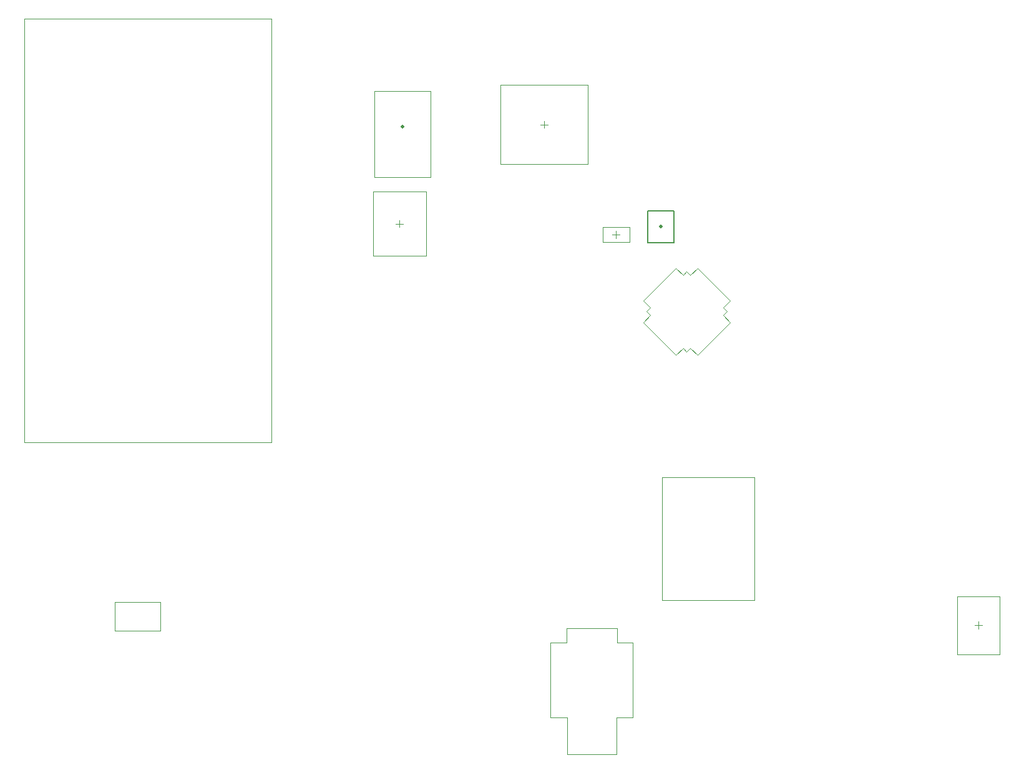
<source format=gbr>
%TF.GenerationSoftware,Altium Limited,Altium Designer,21.3.2 (30)*%
G04 Layer_Color=32768*
%FSLAX24Y24*%
%MOIN*%
%TF.SameCoordinates,B2232A1B-76E2-43D3-9B88-882A457EFEF9*%
%TF.FilePolarity,Positive*%
%TF.FileFunction,Other,Mechanical_15*%
%TF.Part,Single*%
G01*
G75*
%TA.AperFunction,NonConductor*%
%ADD64C,0.0050*%
%ADD109C,0.0039*%
%ADD110C,0.0020*%
%TA.AperFunction,OtherPad,Pad IC1-0 (2040mil,3567.669mil)*%
%ADD113C,0.0197*%
%TA.AperFunction,OtherPad,Pad XT1-0 (3420mil,3035mil)*%
%ADD114C,0.0200*%
%TA.AperFunction,NonConductor*%
%ADD115C,0.0030*%
D64*
X33500Y29500D02*
X34900D01*
X33500D02*
Y31200D01*
X34900D01*
Y29500D02*
Y31200D01*
D109*
X20039Y30502D02*
X20432D01*
X20236Y30305D02*
Y30699D01*
X18818Y28789D02*
Y32214D01*
X21653Y28789D02*
Y32214D01*
X18818D02*
X21653D01*
X18818Y28789D02*
X21653D01*
X27969Y35606D02*
Y36000D01*
X27772Y35803D02*
X28166D01*
X31810Y29733D02*
Y30127D01*
X31613Y29930D02*
X32007D01*
X50963Y9050D02*
X51357D01*
X51160Y8853D02*
Y9247D01*
D110*
X5031Y8748D02*
Y10292D01*
Y8748D02*
X7449D01*
Y10292D01*
X5031D02*
X7449D01*
X25636Y37929D02*
X30302D01*
X25636Y33677D02*
X30302D01*
Y37929D01*
X25636Y33677D02*
Y37929D01*
X31082Y30324D02*
X32538D01*
X31082Y29536D02*
Y30324D01*
Y29536D02*
X32538D01*
Y30324D01*
X33255Y26386D02*
X35004Y28135D01*
X35382Y27756D01*
X35580Y27954D01*
X35778Y27756D01*
X36156Y28135D01*
X37905Y26386D01*
X37526Y26008D02*
X37905Y26386D01*
X37526Y26008D02*
X37724Y25810D01*
X37526Y25612D02*
X37724Y25810D01*
X37526Y25612D02*
X37905Y25234D01*
X36156Y23485D02*
X37905Y25234D01*
X35778Y23864D02*
X36156Y23485D01*
X35580Y23666D02*
X35778Y23864D01*
X35382D02*
X35580Y23666D01*
X35004Y23485D02*
X35382Y23864D01*
X33255Y25234D02*
X35004Y23485D01*
X33255Y25234D02*
X33634Y25612D01*
X33436Y25810D02*
X33634Y25612D01*
X33436Y25810D02*
X33634Y26008D01*
X33255Y26386D02*
X33634Y26008D01*
X50038Y7500D02*
Y10600D01*
X52282Y7500D02*
Y10600D01*
X50038D02*
X52282D01*
X50038Y7500D02*
X52282D01*
X34279Y10391D02*
Y16946D01*
X39201D01*
Y10391D02*
Y16946D01*
X34279Y10391D02*
X39201D01*
X31817Y4136D02*
X32711D01*
X28309D02*
X29203D01*
X31817Y2147D02*
Y4136D01*
X29203Y2147D02*
Y4136D01*
X28309Y8136D02*
X29152D01*
X31868D02*
X32711D01*
X28309Y4136D02*
Y8136D01*
X32711Y4136D02*
Y8136D01*
X29152D02*
Y8872D01*
X31868Y8136D02*
Y8872D01*
X29203Y2147D02*
X31817D01*
X29152Y8872D02*
X31868D01*
X210Y18822D02*
X13399D01*
Y41460D01*
X210D02*
X13399D01*
X210Y18822D02*
Y41460D01*
D113*
X20400Y35677D02*
D03*
D114*
X34200Y30350D02*
D03*
D115*
X18900Y32977D02*
X21900D01*
Y37577D01*
X18900D02*
X21900D01*
X18900Y32977D02*
Y37577D01*
%TF.MD5,a41e2f894aab0ca20094b19dcb28ca9d*%
M02*

</source>
